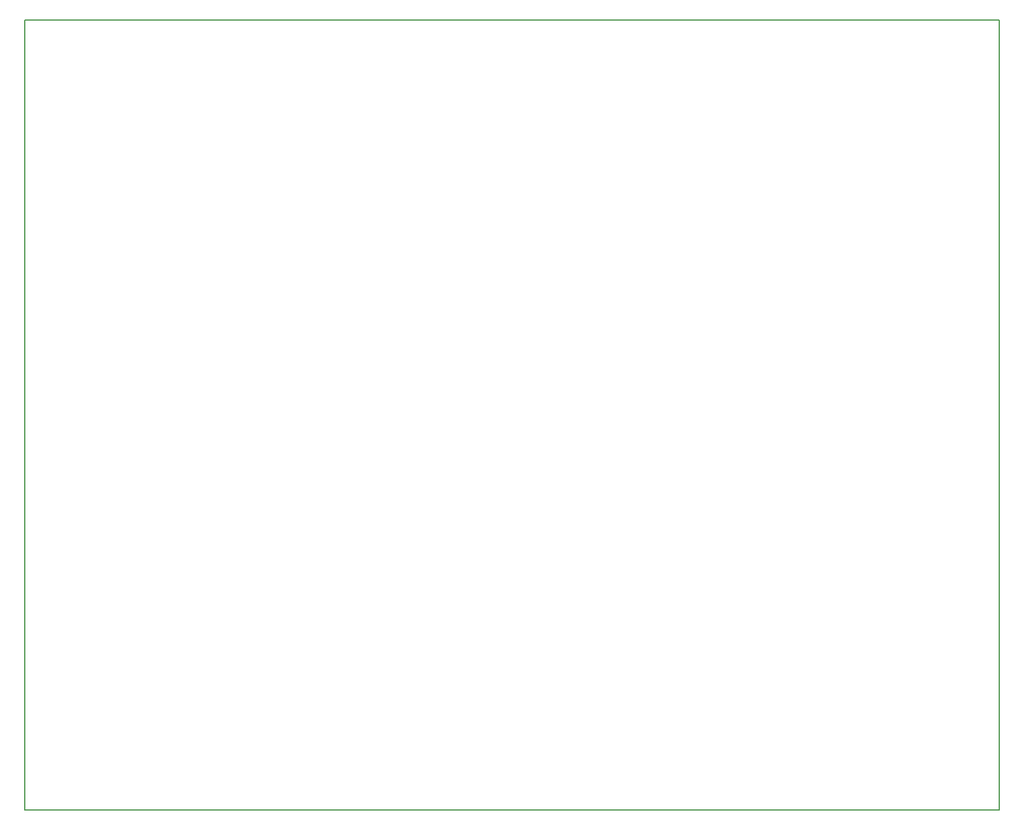
<source format=gbr>
%FSLAX23Y23*%
%MOIN*%
G04 EasyPC Gerber Version 14.0.2 Build 2922 *
%ADD11C,0.00500*%
X0Y0D02*
D02*
D11*
X3Y3D02*
X5514D01*
Y4471*
X3*
Y3*
X0Y0D02*
M02*

</source>
